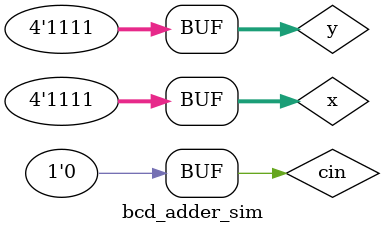
<source format=v>
`timescale 1ns / 1ps

module bcd_adder_sim();

reg [3:0] x;
reg [3:0] y;
reg cin;
wire [3:0] sum;

bcd_adder u_bcd_adder(.sum(sum),.C0(cin),.A(x),.B(y));    
initial begin
 x = 4'b0011;y=4'b0011;cin = 1'b0; #100;
 x = 4'b1011;y=4'b0111;cin = 1'b1; #100;
 x = 4'b1111;y=4'b1111;cin = 1'b0; #100;
end
endmodule

</source>
